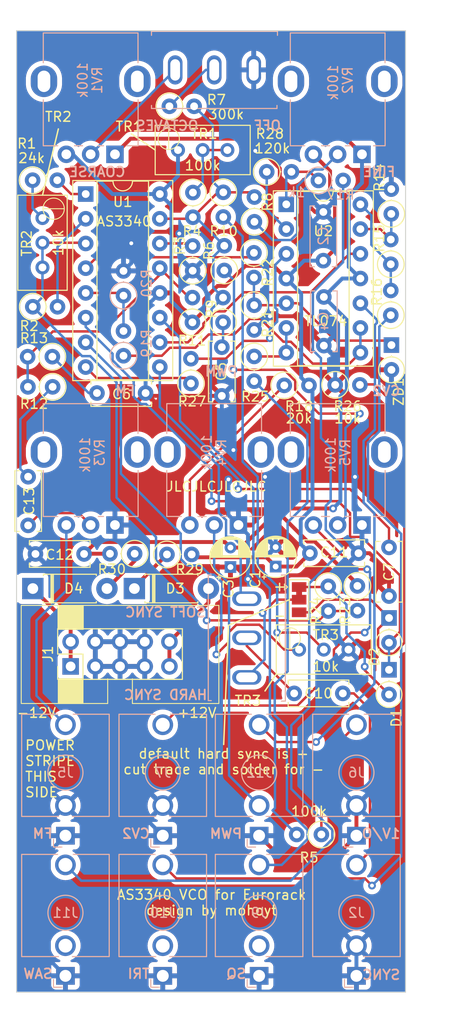
<source format=kicad_pcb>
(kicad_pcb (version 20221018) (generator pcbnew)
  (layers (0 "F.Cu" signal) (31 "B.Cu" signal) (34 "B.Paste" user) (35 "F.Paste" user) (36 "B.SilkS" user "B.Silkscreen") (37 "F.SilkS" user "F.Silkscreen") (38 "B.Mask" user) (39 "F.Mask" user) (44 "Edge.Cuts" user))
  (net 0 "")
  (net 1 "+12V")
  (net 2 "GND")
  (net 3 "-12V")
  (net 4 "Net-(C5-Pad2)")
  (net 5 "Net-(C6-Pad2)")
  (net 6 "Net-(U1-CAP)")
  (net 7 "Net-(SW2-B)")
  (net 8 "Net-(C13-Pad1)")
  (net 9 "Net-(C13-Pad2)")
  (net 10 "Net-(D1-K)")
  (net 11 "Net-(R1-Pad1)")
  (net 12 "Net-(U1-SCALE1)")
  (net 13 "Net-(U1-VEE)")
  (net 14 "Net-(U1-SCALE2)")
  (net 15 "Net-(U1-VS)")
  (net 16 "Net-(R4-Pad1)")
  (net 17 "Net-(U1-VFCI)")
  (net 18 "SOFT SYNC IN")
  (net 19 "Net-(R6-Pad1)")
  (net 20 "Net-(SW1-B)")
  (net 21 "Net-(R8-Pad1)")
  (net 22 "Net-(R10-Pad2)")
  (net 23 "Net-(U1-VLFI)")
  (net 24 "Net-(U2D--)")
  (net 25 "Net-(R15-Pad1)")
  (net 26 "POS HARD SYNC IN")
  (net 27 "Net-(U2A--)")
  (net 28 "NEG HARD SYNC IN")
  (net 29 "Net-(R18-Pad1)")
  (net 30 "Net-(U2C--)")
  (net 31 "Net-(U1-VPWM)")
  (net 32 "Net-(U2B-+)")
  (net 33 "Net-(U1-VP)")
  (net 34 "Net-(U2B--)")
  (net 35 "Net-(D3-K)")
  (net 36 "Net-(SW1-C)")
  (net 37 "Net-(D3-A)")
  (net 38 "Net-(D4-K)")
  (net 39 "Net-(D4-A)")
  (net 40 "Net-(U1-VHFT)")
  (net 41 "Net-(U1-VSO)")
  (net 42 "Net-(U1-VTO)")
  (net 43 "1V{slash}OCT IN")
  (net 44 "FM IN")
  (net 45 "CV2 IN")
  (net 46 "SQ OUT")
  (net 48 "TRI OUT")
  (net 50 "SAW OUT")
  (net 52 "EXT PWM CONTROL IN")
  (net 53 "Net-(J12-PadTN)")
  (net 54 "Net-(R17-Pad1)")
  (net 55 "Net-(U2A-+)")
  (net 56 "SYNC IN")
  (net 57 "Net-(JP1-C)")
  (footprint "Package_DIP:DIP-14_W7.62mm_Socket" (layer "F.Cu") (at 230.9368 43.249)
    (fp_text reference "U2")
    (fp_text value "TL074")
  )
  (footprint "Resistor_THT:R_Axial_DIN0207_L6.3mm_D2.5mm_P2.54mm_Vertical" (layer "F.Cu") (at 235.966 61.7982)
    (fp_text reference "R26")
    (fp_text value "10k")
  )
  (footprint "Resistor_THT:R_Axial_DIN0207_L6.3mm_D2.5mm_P2.54mm_Vertical" (layer "F.Cu") (at 218.6686 79.2226)
    (fp_text reference "R29")
    (fp_text value "10")
  )
  (footprint "Resistor_THT:R_Axial_DIN0207_L6.3mm_D2.5mm_P2.54mm_Vertical" (layer "F.Cu") (at 224.4598 42.0116 -90)
    (fp_text reference "R10")
    (fp_text value "1M")
  )
  (footprint "Resistor_THT:R_Axial_DIN0207_L6.3mm_D2.5mm_P2.54mm_Vertical" (layer "F.Cu") (at 227.6602 45.037801 90)
    (fp_text reference "R8")
    (fp_text value "3M3")
  )
  (footprint "Diode_THT:D_DO-41_SOD81_P7.62mm_Horizontal" (layer "F.Cu") (at 215.3158 82.7278)
    (fp_text reference "D3" hide)
    (fp_text value "1N5819" hide)
  )
  (footprint "Resistor_THT:R_Axial_DIN0207_L6.3mm_D2.5mm_P2.54mm_Vertical" (layer "F.Cu") (at 221.1324 61.6494 90)
    (fp_text reference "R27")
    (fp_text value "100k")
  )
  (footprint "Resistor_THT:R_Axial_DIN0207_L6.3mm_D2.5mm_P2.54mm_Vertical" (layer "F.Cu") (at 221.2848 55.372 90)
    (fp_text reference "R11")
    (fp_text value "1M5")
  )
  (footprint "Capacitor_THT:C_Disc_D6.0mm_W2.5mm_P5.00mm" (layer "F.Cu") (at 224.3074 62.9266 90)
    (fp_text reference "C5")
    (fp_text value "10nF")
  )
  (footprint "Resistor_THT:R_Axial_DIN0207_L6.3mm_D2.5mm_P2.54mm_Vertical" (layer "F.Cu") (at 204.872799 53.771799)
    (fp_text reference "R2")
    (fp_text value "5k6")
  )
  (footprint "Package_DIP:DIP-16_W7.62mm_Socket" (layer "F.Cu") (at 210.312 42.1894)
    (fp_text reference "U1")
    (fp_text value "AS3340")
  )
  (footprint "Capacitor_THT:C_Disc_D6.0mm_W2.5mm_P5.00mm" (layer "F.Cu") (at 233.3644 79.0956)
    (fp_text reference "C11")
    (fp_text value "0.1uF")
  )
  (footprint "Resistor_THT:R_Axial_DIN0207_L6.3mm_D2.5mm_P2.54mm_Vertical" (layer "F.Cu") (at 238.25 82.454999 -90)
    (fp_text reference "R23")
    (fp_text value "680")
  )
  (footprint "Resistor_THT:R_Axial_DIN0207_L6.3mm_D2.5mm_P2.54mm_Vertical" (layer "F.Cu") (at 227.6348 58.8772 -90)
    (fp_text reference "R25")
    (fp_text value "1k")
  )
  (footprint "Potentiometer_THT:Potentiometer_Bourns_3296W_Vertical" (layer "F.Cu") (at 232.25 89 180)
    (fp_text reference "TR3")
    (fp_text value "10k")
  )
  (footprint "Resistor_THT:R_Axial_DIN0207_L6.3mm_D2.5mm_P2.54mm_Vertical" (layer "F.Cu") (at 230.73 61.849)
    (fp_text reference "R18")
    (fp_text value "20k")
  )
  (footprint "Capacitor_THT:C_Disc_D6.0mm_W2.5mm_P5.00mm" (layer "F.Cu") (at 241.5 83.5 90)
    (fp_text reference "C7")
    (fp_text value "1nF (styrene)")
  )
  (footprint "Capacitor_THT:CP_Radial_D4.0mm_P2.00mm" (layer "F.Cu") (at 225.1964 80.518 90)
    (fp_text reference "C3")
    (fp_text value "47uF")
  )
  (footprint "Resistor_THT:R_Axial_DIN0207_L6.3mm_D2.5mm_P2.54mm_Vertical" (layer "F.Cu") (at 204.851 40.767)
    (fp_text reference "R1")
    (fp_text value "24k")
  )
  (footprint "Diode_THT:D_DO-35_SOD27_P2.54mm_Vertical_KathodeUp" (layer "F.Cu") (at 241.5 85.75 -90)
    (fp_text reference "D2")
    (fp_text value "1N4148")
  )
  (footprint "Capacitor_THT:CP_Radial_D4.0mm_P2.00mm" (layer "F.Cu") (at 229.8446 80.4672 90)
    (fp_text reference "C1")
    (fp_text value "47uF")
  )
  (footprint "Resistor_THT:R_Axial_DIN0207_L6.3mm_D2.5mm_P2.54mm_Vertical" (layer "F.Cu") (at 221.3356 42.0334 -90)
    (fp_text reference "R4")
    (fp_text value "270k")
  )
  (footprint "Capacitor_THT:C_Disc_D6.0mm_W2.5mm_P5.00mm" (layer "F.Cu") (at 216.4696 62.6364 180)
    (fp_text reference "C6")
    (fp_text value "10nF")
  )
  (footprint "Resistor_THT:R_Axial_DIN0207_L6.3mm_D2.5mm_P2.54mm_Vertical" (layer "F.Cu") (at 234.545 108 180)
    (fp_text reference "R5")
    (fp_text value "100k")
  )
  (footprint "Resistor_THT:R_Axial_DIN0207_L6.3mm_D2.5mm_P2.54mm_Vertical" (layer "F.Cu") (at 241.681 54.639001 90)
    (fp_text reference "R16")
    (fp_text value "1k")
  )
  (footprint "Resistor_THT:R_Axial_DIN0207_L6.3mm_D2.5mm_P2.54mm_Vertical" (layer "F.Cu") (at 215.3448 79.1464 180)
    (fp_text reference "R30")
    (fp_text value "10")
  )
  (footprint "Resistor_THT:R_Axial_DIN0207_L6.3mm_D2.5mm_P2.54mm_Vertical" (layer "F.Cu") (at 235.25 82.5 -90)
    (fp_text reference "R24")
    (fp_text value "10k")
  )
  (footprint "Resistor_THT:R_Axial_DIN0207_L6.3mm_D2.5mm_P2.54mm_Vertical" (layer "F.Cu") (at 241.7318 44.225 90)
    (fp_text reference "R14")
    (fp_text value "100k")
  )
  (footprint "Potentiometer_THT:Potentiometer_Bourns_3296W_Vertical" (layer "F.Cu") (at 205.867 44.6532 90)
    (fp_text reference "TR2")
    (fp_text value "10k")
  )
  (footprint "Diode_THT:D_DO-35_SOD27_P2.54mm_Vertical_KathodeUp" (layer "F.Cu") (at 241.5 91.074314 -90)
    (fp_text reference "D1")
    (fp_text value "1N4148")
  )
  (footprint "Diode_THT:D_DO-35_SOD27_P2.54mm_Vertical_KathodeUp" (layer "F.Cu") (at 241.75 57.71 -90)
    (fp_text reference "ZD1")
    (fp_text value "10V Zener Diode")
  )
  (footprint "Resistor_THT:R_Axial_DIN0207_L6.3mm_D2.5mm_P2.54mm_Vertical" (layer "F.Cu") (at 227.6348 53.6122 -90)
    (fp_text reference "R21")
    (fp_text value "47k")
  )
  (footprint "Capacitor_THT:C_Disc_D6.0mm_W2.5mm_P5.00mm" (layer "F.Cu") (at 205.145 79.1718)
    (fp_text reference "C12")
    (fp_text value "0.1uF")
  )
  (footprint "Jumper:SolderJumper-3_P1.3mm_Bridged12_Pad1.0x1.5mm" (layer "F.Cu") (at 232.2576 83.8708 -90)
    (fp_text reference "JP1" hide)
    (fp_text value "POS/NEG SYNC JUMPER")
  )
  (footprint "Connector_PinHeader_2.54mm:PinHeader_2x05_P2.54mm_Vertical_Shroud" (layer "F.Cu") (at 208.7626 90.7288 90)
    (fp_text reference "J1")
    (fp_text value "Conn_01x10" hide)
  )
  (footprint "Resistor_THT:R_Axial_DIN0207_L6.3mm_D2.5mm_P2.54mm_Vertical" (layer "F.Cu") (at 227.6094 48.2274 -90)
    (fp_text reference "R22")
    (fp_text value "2k")
  )
  (footprint "Capacitor_THT:C_Disc_D6.0mm_W2.5mm_P5.00mm" (layer "F.Cu") (at 236.75 93.5 180)
    (fp_text reference "C10")
    (fp_text value "1nF")
  )
  (footprint "Diode_THT:D_DO-41_SOD81_P7.62mm_Horizontal" (layer "F.Cu") (at 204.8764 82.7278)
    (fp_text reference "D4" hide)
    (fp_text value "1N5819" hide)
  )
  (footprint "Resistor_THT:R_Axial_DIN0207_L6.3mm_D2.5mm_P2.54mm_Vertical" (layer "F.Cu") (at 224.5614 50.041601 90)
    (fp_text reference "R6")
    (fp_text value "100k")
  )
  (footprint "Resistor_THT:R_Axial_DIN0207_L6.3mm_D2.5mm_P2.54mm_Vertical" (layer "F.Cu") (at 206.883 58.9026 180)
    (fp_text reference "R13")
    (fp_text value "470")
  )
  (footprint "Resistor_THT:R_Axial_DIN0207_L6.3mm_D2.5mm_P2.54mm_Vertical" (layer "F.Cu") (at 221.3102 50.067 90)
    (fp_text reference "R3")
    (fp_text value "1k8")
  )
  (footprint "Resistor_THT:R_Axial_DIN0207_L6.3mm_D2.5mm_P2.54mm_Vertical" (layer "F.Cu") (at 228.9266 39.9034)
    (fp_text reference "R28")
    (fp_text value "120k")
  )
  (footprint "Capacitor_THT:C_Disc_D6.0mm_W2.5mm_P5.00mm" (layer "F.Cu") (at 204.3938 76.2362 90)
    (fp_text reference "C13")
    (fp_text value "100nF")
  )
  (footprint "Resistor_THT:R_Axial_DIN0207_L6.3mm_D2.5mm_P2.54mm_Vertical" (layer "F.Cu") (at 241.681 49.403 90)
    (fp_text reference "R15")
    (fp_text value "120k")
  )
  (footprint "Potentiometer_THT:Potentiometer_Bourns_3296W_Vertical" (layer "F.Cu") (at 219.8016 37.6682 180)
    (fp_text reference "TR1")
    (fp_text value "100k")
  )
  (footprint "Resistor_THT:R_Axial_DIN0207_L6.3mm_D2.5mm_P2.54mm_Vertical" (layer "F.Cu") (at 206.912 62.0014 180)
    (fp_text reference "R12")
    (fp_text value "1M")
  )
  (footprint "Resistor_THT:R_Axial_DIN0207_L6.3mm_D2.5mm_P2.54mm_Vertical" (layer "F.Cu") (at 224.4344 55.372 90)
    (fp_text reference "R9")
    (fp_text value "470")
  )
  (footprint "Resistor_THT:R_Axial_DIN0207_L6.3mm_D2.5mm_P2.54mm_Vertical" (layer "F.Cu") (at 218.919 33.1724)
    (fp_text reference "R7")
    (fp_text value "300k")
  )
  (footprint "Potentiometer_THT:Potentiometer_Alpha_RD901F-40-00D_Single_Vertical" (layer "B.Cu") (at 213.32 76.2 90)
    (fp_text reference "RV3")
    (fp_text value "100k")
  )
  (footprint "Button_Switch_THT:SW_SPST_SPDT" (layer "B.Cu") (at 223.4769 29.4337 180)
    (fp_text reference "SW1" hide)
    (fp_text value "OCTAVES")
  )
  (footprint "Resistor_THT:R_Axial_DIN0207_L6.3mm_D2.5mm_P2.54mm_Vertical" (layer "B.Cu") (at 214.1982 58.804601 90)
    (fp_text reference "R19")
    (fp_text value "47k")
  )
  (footprint "Potentiometer_THT:Potentiometer_Alpha_RD901F-40-00D_Single_Vertical" (layer "B.Cu") (at 213.32 38.107 90)
    (fp_text reference "RV1")
    (fp_text value "100k")
  )
  (footprint "Button_Switch_THT:SW_SPST_SPDT" (layer "B.Cu") (at 226.8777 87.7393 90)
    (fp_text reference "SW2" hide)
    (fp_text value "SYNC_TYPE")
  )
  (footprint "Connector_Audio:Jack_3.5mm_QingPu_WQP-PJ398SM_Vertical_CircularHoles" (layer "B.Cu") (at 218.2368 108.1232)
    (fp_text reference "J7")
    (fp_text value "CV2 IN")
  )
  (footprint "Potentiometer_THT:Potentiometer_Alpha_RD901F-40-00D_Single_Vertical" (layer "B.Cu") (at 226.02 76.2 90)
    (fp_text reference "RV4")
    (fp_text value "100k")
  )
  (footprint "Connector_Audio:Jack_3.5mm_QingPu_WQP-PJ398SM_Vertical_CircularHoles" (layer "B.Cu") (at 238.1504 108.1232)
    (fp_text reference "J6")
    (fp_text value "1V/OCT IN")
  )
  (footprint "Resistor_THT:R_Axial_DIN0207_L6.3mm_D2.5mm_P2.54mm_Vertical" (layer "B.Cu") (at 234.2388 40.7924)
    (fp_text reference "R17")
    (fp_text value "1k")
  )
  (footprint "Capacitor_THT:C_Disc_D6.0mm_W2.5mm_P5.00mm" (layer "B.Cu") (at 234.7976 57.7632 90)
    (fp_text reference "C4")
    (fp_text value "0.1uF")
  )
  (footprint "Connector_Audio:Jack_3.5mm_QingPu_WQP-PJ398SM_Vertical_CircularHoles" (layer "B.Cu") (at 208.2292 122.525)
    (fp_text reference "J11")
    (fp_text value "SAW OUT")
  )
  (footprint "Potentiometer_THT:Potentiometer_Alpha_RD901F-40-00D_Single_Vertical" (layer "B.Cu") (at 238.72 76.2 90)
    (fp_text reference "RV5")
    (fp_text value "100k")
  )
  (footprint "Resistor_THT:R_Axial_DIN0207_L6.3mm_D2.5mm_P2.54mm_Vertical" (layer "B.Cu") (at 214.1982 52.6288 90)
    (fp_text reference "R20")
    (fp_text value "47k")
  )
  (footprint "Potentiometer_THT:Potentiometer_Alpha_RD901F-40-00D_Single_Vertical" (layer "B.Cu") (at 238.72 38.107 90)
    (fp_text reference "RV2")
    (fp_text value "100k")
  )
  (footprint "Connector_Audio:Jack_3.5mm_QingPu_WQP-PJ398SM_Vertical_CircularHoles" (layer "B.Cu") (at 238.1504 122.525)
    (fp_text reference "J2")
    (fp_text value "SYNC IN")
  )
  (footprint "Connector_Audio:Jack_3.5mm_QingPu_WQP-PJ398SM_Vertical_CircularHoles" (layer "B.Cu") (at 228.1428 108.1232)
    (fp_text reference "J12")
    (fp_text value "EXT PWM CONTROL IN")
  )
  (footprint "Capacitor_THT:C_Disc_D6.0mm_W2.5mm_P5.00mm" (layer "B.Cu") (at 234.7468 49.0328 90)
    (fp_text reference "C2")
    (fp_text value "0.1uF")
  )
  (footprint "Connector_Audio:Jack_3.5mm_QingPu_WQP-PJ398SM_Vertical_CircularHoles" (layer "B.Cu") (at 228.1428 122.525)
    (fp_text reference "J9")
    (fp_text value "SQ OUT")
  )
  (footprint "Connector_Audio:Jack_3.5mm_QingPu_WQP-PJ398SM_Vertical_CircularHoles" (layer "B.Cu") (at 208.2292 108.1232)
    (fp_text reference "J5")
    (fp_text value "FM IN")
  )
  (footprint "Connector_Audio:Jack_3.5mm_QingPu_WQP-PJ398SM_Vertical_CircularHoles" (layer "B.Cu") (at 218.2368 122.525)
    (fp_text reference "J10")
    (fp_text value "TRI OUT")
  )
  (gr_line (start 217.4566 37.6632) (end 215 36) (stroke (width 0.15)) (layer "F.SilkS"))
  (gr_line (start 225 86.5) (end 224.5 98.75) (stroke (width 0.15)) (layer "F.SilkS"))
  (gr_line (start 207.5 35.5) (end 205.872 42.3082) (stroke (width 0.15)) (layer "F.SilkS"))
  (gr_line (start 229.905 91.53) (end 228.75 93.25) (stroke (width 0.15)) (layer "F.SilkS"))
  (gr_line (start 231.2576 83.8708) (end 225 86.5) (stroke (width 0.15)) (layer "F.SilkS"))
  (gr_line (start 203.2 25.4) (end 203.2 124.206) (stroke (width 0.1)) (layer "Edge.Cuts"))
  (gr_line (start 243.2 25.4) (end 243.2 124.206) (stroke (width 0.1)) (layer "Edge.Cuts"))
  (gr_line (start 203.2 124.206) (end 243.2 124.206) (stroke (width 0.1)) (layer "Edge.Cuts"))
  (gr_line (start 203.2 25.4) (end 243.2 25.4) (stroke (width 0.1)) (layer "Edge.Cuts"))
  (gr_text "HARD SYNC" (at 222.9127 94.2417) (layer "B.SilkS") (effects (font (size 1 1) (thickness 0.1875)) (justify left bottom mirror)))
  (gr_text "SOFT SYNC" (at 222.75 85.75) (layer "B.SilkS") (effects (font (size 1 1) (thickness 0.1875)) (justify left bottom mirror)))
  (gr_text "OCTAVES" (at 222 35.75) (layer "B.SilkS") (effects (font (size 1 1) (thickness 0.1875)) (justify left bottom mirror)))
  (gr_text "FM" (at 215.5 63) (layer "B.SilkS") (effects (font (size 1 1) (thickness 0.1875)) (justify left bottom mirror)))
  (gr_text "1V/O" (at 242.75 108.5) (layer "B.SilkS") (effects (font (size 1 1) (thickness 0.1875)) (justify left bottom mirror)))
  (gr_text "TRI" (at 217.0068 122.895) (layer "B.SilkS") (effects (font (size 1 1) (thickness 0.1875)) (justify left bottom mirror)))
  (gr_text "CV2" (at 217.0068 108.4932) (layer "B.SilkS") (effects (font (size 1 1) (thickness 0.1875)) (justify left bottom mirror)))
  (gr_text "FINE" (at 242.25 40.5) (layer "B.SilkS") (effects (font (size 1 1) (thickness 0.1875)) (justify left bottom mirror)))
  (gr_text "OFF" (at 230.5 35.75) (layer "B.SilkS") (effects (font (size 1 1) (thickness 0.1875)) (justify left bottom mirror)))
  (gr_text "SQ" (at 226.9128 122.895) (layer "B.SilkS") (effects (font (size 1 1) (thickness 0.1875)) (justify left bottom mirror)))
  (gr_text "COARSE" (at 214.5 40.5) (layer "B.SilkS") (effects (font (size 1 1) (thickness 0.1875)) (justify left bottom mirror)))
  (gr_text "SAW" (at 206.9992 122.895) (layer "B.SilkS") (effects (font (size 1 1) (thickness 0.1875)) (justify left bottom mirror)))
  (gr_text "PWM" (at 226.5 108.5) (layer "B.SilkS") (effects (font (size 1 1) (thickness 0.1875)) (justify left bottom mirror)))
  (gr_text "CV2" (at 242.75 63) (layer "B.SilkS") (effects (font (size 1 1) (thickness 0.1875)) (justify left bottom mirror)))
  (gr_text "SYNC" (at 242.75 123) (layer "B.SilkS") (effects (font (size 1 1) (thickness 0.1875)) (justify left bottom mirror)))
  (gr_text "PWM" (at 226 61) (layer "B.SilkS") (effects (font (size 1 1) (thickness 0.1875)) (justify left bottom mirror)))
  (gr_text "FM" (at 206.9992 108.4932) (layer "B.SilkS") (effects (font (size 1 1) (thickness 0.1875)) (justify left bottom mirror)))
  (gr_text "-12V" (at 205.25 95.5) (layer "F.SilkS") (effects (font (size 1 1))))
  (gr_text "default hard sync is +\ncut trace and solder for -" (at 224.5 100.5) (layer "F.SilkS") (effects (font (size 1 1))))
  (gr_text "JLCJLCJLCJLC" (at 223.75 72.25) (layer "F.SilkS") (effects (font (size 1 1))))
  (gr_text "+12V" (at 221.75 95.5) (layer "F.SilkS") (effects (font (size 1 1))))
  (gr_text "TR2" (at 207.5 34.25) (layer "F.SilkS") (effects (font (size 1 1))))
  (gr_text "TR3" (at 227 94.25) (layer "F.SilkS") (effects (font (size 1 1))))
  (gr_text "+" (at 230.25 82.5) (layer "F.SilkS") (effects (font (size 1 1))))
  (gr_text "AS3340 VCO for Eurorack\ndesign by mohoyt" (at 223.25 115) (layer "F.SilkS") (effects (font (size 1 1))))
  (gr_text "-" (at 230.25 85.5) (layer "F.SilkS") (effects (font (size 1 1))))
  (gr_text "POWER\nSTRIPE\nTHIS\nSIDE" (at 204 101.25) (layer "F.SilkS") (effects (font (size 1 1)) (justify left)))
  (gr_text "TR1" (at 214.75 35.25) (layer "F.SilkS") (effects (font (size 1 1))))
  (segment (start 221.504 79.518) (end 228.8954 79.518) (width 0.4) (layer "F.Cu") (net 1))
  (segment (start 235.4388 42.4388) (end 235.9468 42.9468) (width 0.4) (layer "F.Cu") (net 1))
  (segment (start 229.6352 49.5674) (end 226.732658 49.5674) (width 0.4) (layer "F.Cu") (net 1))
  (segment (start 235.9468 47.8328) (end 234.7468 49.0328) (width 0.4) (layer "F.Cu") (net 1))
  (segment (start 230.9368 50.869) (end 229.6352 49.5674) (width 0.4) (layer "F.Cu") (net 1))
  (segment (start 228.8954 79.518) (end 229.8446 80.4672) (width 0.4) (layer "F.Cu") (net 1))
  (segment (start 226.732658 49.5674) (end 224.668058 51.632) (width 0.4) (layer "F.Cu") (net 1))
  (segment (start 222.5 54.1568) (end 221.2848 55.372) (width 0.4) (layer "F.Cu") (net 1))
  (segment (start 233.72 38.107) (end 235.4388 39.8258) (width 0.4) (layer "F.Cu") (net 1))
  (segment (start 222.5 53) (end 222.5 54.1568) (width 0.4) (layer "F.Cu") (net 1))
  (segment (start 235.4388 39.8258) (end 235.4388 42.4388) (width 0.4) (layer "F.Cu") (net 1))
  (segment (start 223.868 51.632) (end 222.5 53) (width 0.4) (layer "F.Cu") (net 1))
  (segment (start 235.9468 42.9468) (end 235.9468 47.8328) (width 0.4) (layer "F.Cu") (net 1))
  (segment (start 229.8446 80.4672) (end 231.9928 80.4672) (width 0.4) (layer "F.Cu") (net 1))
  (segment (start 224.668058 51.632) (end 223.868 51.632) (width 0.4) (layer "F.Cu") (net 1))
  (segment (start 231.9928 80.4672) (end 233.3644 79.0956) (width 0.4) (layer "F.Cu") (net 1))
  (segment (start 232.42 75.661522) (end 232.42 78.1512) (width 0.4) (layer "B.Cu") (net 1))
  (segment (start 219.132 53.2192) (end 221.2848 55.372) (width 0.4) (layer "B.Cu") (net 1))
  (segment (start 232.42 78.1512) (end 233.3644 79.0956) (width 0.4) (layer "B.Cu") (net 1))
  (segment (start 233.63 74.451522) (end 232.42 75.661522) (width 0.4) (layer "B.Cu") (net 1))
  (segment (start 232.470001 61.049001) (end 232.470001 52.402201) (width 0.4) (layer "B.Cu") (net 1))
  (segment (start 232.773 49.0328) (end 230.9368 50.869) (width 0.4) (layer "B.Cu") (net 1))
  (segment (start 219.8016 37.6682) (end 219.8016 40.3198) (width 0.4) (layer "B.Cu") (net 1))
  (segment (start 234.7468 49.0328) (end 232.773 49.0328) (width 0.4) (layer "B.Cu") (net 1))
  (segment (start 232.470001 52.402201) (end 230.9368 50.869) (width 0.4) (layer "B.Cu") (net 1))
  (segment (start 219.132 43.3894) (end 219.132 53.2192) (width 0.4) (layer "B.Cu") (net 1))
  (segment (start 213.063922 42.1894) (end 208.981522 38.107) (width 0.4) (layer "B.Cu") (net 1))
  (segment (start 233.27 61.849) (end 232.470001 61.049001) (width 0.4) (layer "B.Cu") (net 1))
  (segment (start 233.63 62.209) (end 233.63 74.451522) (width 0.4) (layer "B.Cu") (net 1))
  (segment (start 219.8016 40.3198) (end 217.932 42.1894) (width 0.4) (layer "B.Cu") (net 1))
  (segment (start 217.932 42.1894) (end 213.063922 42.1894) (width 0.4) (layer "B.Cu") (net 1))
  (segment (start 217.932 42.1894) (end 219.132 43.3894) (width 0.4) (layer "B.Cu") (net 1))
  (segment (start 228.470257 37.75) (end 227.75 37.75) (width 0.4) (layer "F.Cu") (net 2))
  (segment (start 238.1504 108.1232) (end 238.1504 105.0232) (width 0.4) (layer "F.Cu") (net 2))
  (segment (start 224.3074 62.9266) (end 216.7598 62.9266) (width 0.4) (layer "F.Cu") (net 2))
  (segment (start 211.3026 88.1888) (end 216.3826 88.1888) (width 0.4) (layer "F.Cu") (net 2))
  (segment (start 226.02 76.2) (end 224.72 74.9) (width 0.4) (layer "F.Cu") (net 2))
  (segment (start 208.2292 108.1232) (end 218.2368 108.1232) (width 0.4) (layer "F.Cu") (net 2))
  (segment (start 222.65 74.9) (end 222.410731 74.660731) (width 0.4) (layer "F.Cu") (net 2))
  (segment (start 231.7834 54.749) (end 229.251 54.749) (width 0.4) (layer "F.Cu") (net 2))
  (segment (start 234.7468 44.0328) (end 233.898943 44.0328) (width 0.4) (layer "F.Cu") (net 2))
  (segment (start 238.3644 79.0956) (end 239.49577 79.0956) (width 0.4) (layer "F.Cu") (net 2))
  (segment (start 229 71) (end 228.75 71.25) (width 0.4) (layer "F.Cu") (net 2))
  (segment (start 239.49577 79.0956) (end 241.5 81.09983) (width 0.4) (layer "F.Cu") (net 2))
  (segment (start 222.410731 74.660731) (end 222.410731 71.589269) (width 0.4) (layer "F.Cu") (net 2))
  (segment (start 216.3826 88.1888) (end 216.3826 90.7288) (width 0.4) (layer "F.Cu") (net 2))
  (segment (start 222.410731 71.589269) (end 225.5 68.5) (width 0.4) (layer "F.Cu") (net 2))
  (segment (start 229.251 54.749) (end 229.25 54.75) (width 0.4) (layer "F.Cu") (net 2))
  (segment (start 219.7509 46.0694) (end 216.1806 46.0694) (width 0.4) (layer "F.Cu") (net 2))
  (segment (start 230.2666 39.546343) (end 228.470257 37.75) (width 0.4) (layer "F.Cu") (net 2))
  (segment (start 213.8426 90.7288) (end 216.3826 90.7288) (width 0.4) (layer "F.Cu") (net 2))
  (segment (start 211.3026 90.7288) (end 213.8426 90.7288) (width 0.4) (layer "F.Cu") (net 2))
  (segment (start 233.898943 44.0328) (end 230.2666 40.400457) (width 0.4) (layer "F.Cu") (net 2))
  (segment (start 228.75 71.25) (end 228.120984 71.25) (width 0.4) (layer "F.Cu") (net 2))
  (segment (start 224.987701 69.012299) (end 225.5 68.5) (width 0.4) (layer "F.Cu") (net 2))
  (segment (start 216.1806 46.0694) (end 215 47.25) (width 0.4) (layer "F.Cu") (net 2))
  (segment (start 225.5 68.629016) (end 225.5 68.5) (width 0.4) (layer "F.Cu") (net 2))
  (segment (start 236.756062 109.517538) (end 238.1504 108.1232) (width 0.4) (layer "F.Cu") (net 2))
  (segment (start 224.987701 71.512299) (end 224.987701 69.012299) (width 0.4) (layer "F.Cu") (net 2))
  (segment (start 238 71.25) (end 237.75 71) (width 0.4) (layer "F.Cu") (net 2))
  (segment (start 228.1428 108.1232) (end 229.537138 109.517538) (width 0.4) (layer "F.Cu") (net 2))
  (segment (start 237.75 71) (end 229 71) (width 0.4) (layer "F.Cu") (net 2))
  (segment (start 225.1964 80.518) (end 225.768 80.518) (width 0.4) (layer "F.Cu") (net 2))
  (segment (start 224.72 74.9) (end 222.65 74.9) (width 0.4) (layer "F.Cu") (net 2))
  (segment (start 230.2666 40.400457) (end 230.2666 39.546343) (width 0.4) (layer "F.Cu") (net 2))
  (segment (start 211.3026 88.1888) (end 211.3026 90.7288) (width 0.4) (layer "F.Cu") (net 2))
  (segment (start 219.9315 46.25) (end 219.7509 46.0694) (width 0.4) (layer "F.Cu") (net 2))
  (segment (start 208.2292 122.525) (end 238.1504 122.525) (width 0.4) (layer "F.Cu") (net 2))
  (segment (start 228.120984 71.25) (end 225.5 68.629016) (width 0.4) (layer "F.Cu") (net 2))
  (segment (start 229.537138 109.517538) (end 236.756062 109.517538) (width 0.4) (layer "F.Cu") (net 2))
  (segment (start 213.8426 88.1888) (end 213.8426 90.7288) (width 0.4) (layer "F.Cu") (net 2))
  (segment (start 241.5 81.09983) (end 241.5 83.5) (width 0.4) (layer "F.Cu") (net 2))
  (segment (start 218.2368 108.1232) (end 228.1428 108.1232) (width 0.4) (layer "F.Cu") (net 2))
  (segment (start 225.768 80.518) (end 227 81.75) (width 0.4) (layer "F.Cu") (net 2))
  (segment (start 234.7976 57.7632) (end 231.7834 54.749) (width 0.4) (layer "F.Cu") (net 2))
  (via (at 238 71.25) (size 0.8) (drill 0.4) (layers "F.Cu" "B.Cu") (net 2))
  (via (at 224.987701 71.512299) (size 0.8) (drill 0.4) (layers "F.Cu" "B.Cu") (net 2))
  (via (at 225.5 68.5) (size 0.8) (drill 0.4) (layers "F.Cu" "B.Cu") (net 2))
  (via (at 219.9315 46.25) (size 0.8) (drill 0.4) (layers "F.Cu" "B.Cu") (net 2))
  (via (at 227 81.75) (size 0.8) (drill 0.4) (layers "F.Cu" "B.Cu") (net 2))
  (via (at 228.75 71.25) (size 0.8) (drill 0.4) (layers "F.Cu" "B.Cu") (net 2))
  (via (at 229.25 54.75) (size 0.8) (drill 0.4) (layers "F.Cu" "B.Cu") (net 2))
  (via (at 227.75 37.75) (size 0.8) (drill 0.4) (layers "F.Cu" "B.Cu") (net 2))
  (via (at 215 47.25) (size 0.8) (drill 0.4) (layers "F.Cu" "B.Cu") (net 2))
  (segment (start 218.2368 108.1232) (end 216.3826 106.269) (width 0.4) (layer "B.Cu") (net 2))
  (segment (start 226.02 76.2) (end 227 77.18) (width 0.4) (layer "B.Cu") (net 2))
  (segment (start 206.524508 120.820308) (end 208.2292 122.525) (width 0.4) (layer "B.Cu") (net 2))
  (segment (start 235.966 61.7982) (end 235.966 58.9316) (width 0.4) (layer "B.Cu") (net 2))
  (segment (start 229.037 54.75) (end 227.6348 56.1522) (width 0.4) (layer "B.Cu") (net 2))
  (segment (start 215 47.25) (end 215 49.287) (width 0.4) (layer "B.Cu") (net 2))
  (segment (start 208.2292 108.1232) (end 206.524508 109.827892) (width 0.4) (layer "B.Cu") (net 2))
  (segment (start 215 49.287) (end 214.1982 50.0888) (width 0.4) (layer "B.Cu") (net 2))
  (segment (start 227.5917 37.5917) (end 227.5917 29.4337) (width 0.4) (layer "B.Cu") (net 2))
  (segment (start 229.8446 78.4672) (end 229.8446 72.3446) (width 0.4) (layer "B.Cu") (net 2))
  (segment (start 229.25 54.75) (end 229.037 54.75) (width 0.4) (layer "B.Cu") (net 2))
  (segment (start 225.5 68.5) (end 224.3074 67.3074) (width 0.4) (layer "B.Cu") (net 2))
  (segment (start 224.3074 67.3074) (end 224.3074 62.9266) (width 0.4) (layer "B.Cu") (net 2))
  (segment (start 216.3826 106.269) (end 216.3826 90.7288) (width 0.4) (layer "B.Cu") (net 2))
  (segment (start 238.1504 122.525) (end 238.1504 119.425) (width 0.4) (layer "B.Cu") (net 2))
  (segment (start 224.987701 75.167701) (end 224.987701 71.512299) (width 0.4) (layer "B.Cu") (net 2))
  (segment (start 216.4696 53.8118) (end 216.4696 62.6364) (width 0.4) (layer "B.Cu") (net 2))
  (segment (start 238.72 76.2) (end 238 75.48) (width 0.4) (layer "B.Cu") (net 2))
  (segment (start 217.932 52.3494) (end 216.4696 53.8118) (width 0.4) (layer "B.Cu") (net 2))
  (segment (start 238.72 76.2) (end 238.72 78.74) (width 0.4) (layer "B.Cu") (net 2))
  (segment (start 238 75.48) (end 238 71.25) (width 0.4) (layer "B.Cu") (net 2))
  (segment (start 235.966 58.9316) (end 234.7976 57.7632) (width 0.4) (layer "B.Cu") (net 2))
  (segment (start 227 77.18) (end 227 81.75) (width 0.4) (layer "B.Cu") (net 2))
  (segment (start 221.3102 50.067) (end 219.9315 48.6883) (width 0.4) (layer "B.Cu") (net 2))
  (segment (start 206.524508 109.827892) (end 206.524508 120.820308) (width 0.4) (layer "B.Cu") (net 2))
  (segment (start 229.8446 72.3446) (end 228.75 71.25) (width 0.4) (layer "B.Cu") (net 2))
  (segment (start 219.9315 48.6883) (end 219.9315 46.25) (width 0.4) (layer "B.Cu") (net 2))
  (segment (start 226.02 76.2) (end 224.987701 75.167701) (width 0.4) (layer "B.Cu") (net 2))
  (segment (start 227.75 37.75) (end 227.5917 37.5917) (width 0.4) (layer "B.Cu") (net 2))
  (segment (start 213.32 38.107) (end 214.927 36.5) (width 0.4) (layer "F.Cu") (net 3))
  (segment (start 235.75 74.5) (end 230.32 74.5) (width 0.4) (layer "F.Cu") (net 3))
  (segment (start 237.113 36.5) (end 238.72 38.107) (width 0.4) (layer "F.Cu") (net 3))
  (segment (start 230.32 74.5) (end 226.302 78.518) (width 0.4) (layer "F.Cu") (net 3))
  (segment (start 214.927 36.5) (end 237.113 36.5) (width 0.4) (layer "F.Cu") (net 3))
  (segment (start 211.3704 77.9464) (end 224.6248 77.9464) (width 0.4) (layer "F.Cu") (net 3))
  (segment (start 233.861457 77.8956) (end 233.1206 77.8956) (width 0.4) (layer "F.Cu") (net 3))
  (segment (start 230.32 75.095) (end 230.32 74.5) (width 0.4) (layer "F.Cu") (net 3))
  (segment (start 233.1206 77.8956) (end 230.32 75.095) (width 0.4) (layer "F.Cu") (net 3))
  (segment (start 238.25 82.284143) (end 233.861457 77.8956) (width 0.4) (layer "F.Cu") (net 3))
  (segment (start 224.6248 77.9464) (end 225.1964 78.518) (width 0.4) (layer "F.Cu") (net 3))
  (segment (start 210.145 79.1718) (end 211.3704 77.9464) (width 0.4) (layer "F.Cu") (net 3))
  (segment (start 226.302 78.518) (end 225.1964 78.518) (width 0.4) (layer "F.Cu") (net 3))
  (segment (start 212.8048 79.1464) (end 210.1704 79.1464) (width 0.4) (layer "F.Cu") (net 3))
  (via (at 235.75 74.5) (size 0.8) (drill 0.4) (layers "F.Cu" "B.Cu") (net 3))
  (segment (start 238.72 41.03) (end 238.72 38.107) (width 0.4) (layer "B.Cu") (net 3))
  (segment (start 237.3568 49.669) (end 237.3568 42.3932) (width 0.4) (layer "B.Cu") (net 3))
  (segment (start 238.5568 50.869) (end 237.3568 49.669) (width 0.4) (layer "B.Cu") (net 3))
  (segment (start 236.5 62.961257) (end 236.5 73.75) (width 0.4) (layer "B.Cu") (net 3))
  (segment (start 238.5568 50.869) (end 236.6918 50.869) (width 0.4) (layer "B.Cu") (net 3))
  (segment (start 234.7976 52.7632) (end 237.166 55.1316) (width 0.4) (layer "B.Cu") (net 3))
  (segment (start 237.166 55.1316) (end 237.166 62.295257) (width 0.4) (layer "B.Cu") (net 3))
  (segment (start 237.166 62.295257) (end 236.5 62.961257) (width 0.4) (layer "B.Cu") (net 3))
  (segment (start 237.3568 42.3932) (end 238.72 41.03) (width 0.4) (layer "B.Cu") (net 3))
  (segment (start 236.6918 50.869) (end 234.7976 52.7632) (width 0.4) (layer "B.Cu") (net 3))
  (segment (start 236.5 73.75) (end 235.75 74.5) (width 0.4) (layer "B.Cu") (net 3))
  (segment (start 224.4344 55.372) (end 224.4344 57.7996) (width 0.25) (layer "B.Cu") (net 4))
  (segment (start 210.6168 62.6364) (end 211.4696 62.6364) (width 0.25) (layer "B.Cu") (net 5))
  (segment (start 206.883 58.9026) (end 210.6168 62.6364) (width 0.25) (layer "B.Cu") (net 5))
  (segment (start 241.5 76.53) (end 241.5 78.5) (width 0.25) (layer "F.Cu") (net 6))
  (segment (start 226 72.5) (end 237.47 72.5) (width 0.25) (layer "F.Cu") (net 6))
  (segment (start 237.47 72.5) (end 241.5 76.53) (width 0.25) (layer "F.Cu") (net 6))
  (via (at 226 72.5) (size 0.8) (drill 0.4) (layers "F.Cu" "B.Cu") (net 6))
  (segment (start 226 71.5) (end 226 72.5) (width 0.25) (layer "B.Cu") (net 6))
  (segment (start 220.0074 65.5074) (end 226 71.5) (width 0.25) (layer "B.Cu") (net 6))
  (segment (start 217.932 54.8894) (end 220.0074 56.9648) (width 0.25) (layer "B.Cu") (net 6))
  (segment (start 220.0074 56.9648) (end 220.0074 65.5074) (width 0.25) (layer "B.Cu") (net 6))
  (segment (start 226.8777 88.6277) (end 226.8777 87.7901) (width 0.25) (layer "F.Cu") (net 7))
  (segment (start 231.75 93.5) (end 226.8777 88.6277) (width 0.25) (layer "F.Cu") (net 7))
  (segment (start 209.595 74.975) (end 210.82 76.2) (width 0.25) (layer "F.Cu") (net 8))
  (segment (start 205.655 74.975) (end 209.595 74.975) (width 0.25) (layer "F.Cu") (net 8))
  (segment (start 204.3938 76.2362) (end 205.655 74.975) (width 0.25) (layer "F.Cu") (net 8))
  (segment (start 203.593801 70.436201) (end 203.593801 65.319599) (width 0.25) (layer "B.Cu") (net 9))
  (segment (start 204.3938 71.2362) (end 203.593801 70.436201) (width 0.25) (layer "B.Cu") (net 9))
  (segment (start 203.593801 65.319599) (end 206.912 62.0014) (width 0.25) (layer "B.Cu") (net 9))
  (segment (start 223.25 73.75) (end 236.27 73.75) (width 0.25) (layer "F.Cu") (net 10))
  (segment (start 238.675 77.425) (end 242.625 81.375) (width 0.25) (layer "F.Cu") (net 10))
  (segment (start 237.495 77.425) (end 238.675 77.425) (width 0.25) (layer "F.Cu") (net 10))
  (segment (start 237.495 74.975) (end 237.495 77.425) (width 0.25) (layer "F.Cu") (net 10))
  (segment (start 236.27 73.75) (end 237.495 74.975) (width 0.25) (layer "F.Cu") (net 10))
  (segment (start 242.625 87.165) (end 241.52 88.27) (width 0.25) (layer "F.Cu") (net 10))
  (segment (start 242.625 81.375) (end 242.625 87.165) (width 0.25) (layer "F.Cu") (net 10))
  (via (at 223.25 73.75) (size 0.8) (drill 0.4) (layers "F.Cu" "B.Cu") (net 10))
  (segment (start 216.003609 63.7614) (end 216.5114 63.7614) (width 0.25) (layer "B.Cu") (net 10))
  (segment (start 213.0732 59.270592) (end 215.25 61.447392) (width 0.25) (layer "B.Cu") (net 10))
  (segment (start 210.312 55.838409) (end 213.0732 58.599609) (width 0.25) (layer "B.Cu") (net 10))
  (segment (start 210.312 54.8894) (end 210.312 55.838409) (width 0.25) (layer "B.Cu") (net 10))
  (segment (start 241.5 91.074314) (end 241.5 88.29) (width 0.25) (layer "B.Cu") (net 10))
  (segment (start 213.0732 58.599609) (end 213.0732 59.270592) (width 0.25) (layer "B.Cu") (net 10))
  (segment (start 216.5114 63.7614) (end 223.25 70.5) (width 0.25) (layer "B.Cu") (net 10))
  (segment (start 215.25 61.447392) (end 215.25 63.007791) (width 0.25) (layer "B.Cu") (net 10))
  (segment (start 215.25 63.007791) (end 216.003609 63.7614) (width 0.25) (layer "B.Cu") (net 10))
  (segment (start 223.25 70.5) (end 223.25 73.75) (width 0.25) (layer "B.Cu") (net 10))
  (segment (start 204.851 43.6372) (end 205.867 44.6532) (width 0.25) (layer "B.Cu") (net 11))
  (segment (start 204.851 40.767) (end 204.851 43.6372) (width 0.25) (layer "B.Cu") (net 11))
  (segment (start 208.8134 42.1894) (end 207.391 40.767) (width 0.25) (layer "F.Cu") (net 12))
  (segment (start 210.312 42.1894) (end 208.8134 42.1894) (width 0.25) (layer "F.Cu") (net 12))
  (segment (start 235.25 85.04) (end 238.204999 85.04) (width 0.25) (layer "F.Cu") (net 13))
  (segment (start 234.2942 85.9958) (end 235.25 85.04) (width 0.25) (layer "F.Cu") (net 13))
  (segment (start 222.7542 85.9958) (end 234.2942 85.9958) (width 0.25) (layer "F.Cu") (net 13))
  (segment (start 205.867 47.1932) (end 210.2358 47.1932) (width 0.25) (layer "F.Cu") (net 13))
  (segment (start 222.75 86) (end 222.7542 85.9958) (width 0.25) (layer "F.Cu") (net 13))
  (via (at 222.75 86) (size 0.8) (drill 0.4) (layers "F.Cu" "B.Cu") (net 13))
  (segment (start 209.9454 58.8444) (end 204.872799 53.771799) (width 0.25) (layer "B.Cu") (net 13))
  (segment (start 210.777991 58.8444) (end 209.9454 58.8444) (width 0.25) (layer "B.Cu") (net 13))
  (segment (start 217.5436 77.438591) (end 213.485 73.379991) (width 0.25) (layer "B.Cu") (net 13))
  (segment (start 222.75 86) (end 222.75 85) (width 0.25) (layer "B.Cu") (net 13))
  (segment (start 205.867 49.7332) (end 205.867 52.777598) (width 0.25) (layer "B.Cu") (net 13))
  (segment (start 222.75 85) (end 217.5436 79.7936) (width 0.25) (layer "B.Cu") (net 13))
  (segment (start 213.485 73.379991) (end 213.485 61.551409) (width 0.25) (layer "B.Cu") (net 13))
  (segment (start 217.5436 79.7936) (end 217.5436 77.438591) (width 0.25) (layer "B.Cu") (net 13))
  (segment (start 213.485 61.551409) (end 210.777991 58.8444) (width 0.25) (layer "B.Cu") (net 13))
  (segment (start 205.867 52.777598) (end 204.872799 53.771799) (width 0.25) (layer "B.Cu") (net 13))
  (segment (start 205.867 47.1932) (end 205.867 49.7332) (width 0.25) (layer "B.Cu") (net 13))
  (segment (start 210.312 44.7294) (end 207.412799 47.628601) (width 0.25) (layer "B.Cu") (net 14))
  (segment (start 207.412799 47.628601) (end 207.412799 53.771799) (width 0.25) (layer "B.Cu") (net 14))
  (segment (start 217.932 47.2694) (end 221.0526 47.2694) (width 0.25) (layer "F.Cu") (net 15))
  (segment (start 222.3416 37.6682) (end 224.8816 37.6682) (width 0.25) (layer "F.Cu") (net 16))
  (segment (start 222.3416 41.0274) (end 221.3356 42.0334) (width 0.25) (layer "B.Cu") (net 16))
  (segment (start 222.3416 37.6682) (end 222.3416 41.0274) (width 0.25) (layer "B.Cu") (net 16))
  (segment (start 224.4598 42.0116) (end 227.173999 42.0116) (width 0.25) (layer "F.Cu") (net 17))
  (segment (start 217.932 44.7294) (end 221.1796 44.7294) (width 0.25) (layer "F.Cu") (net 17))
  (segment (start 227.173999 42.0116) (end 227.6602 42.497801) (width 0.25) (layer "F.Cu") (net 17))
  (segment (start 221.3356 44.5734) (end 223.8974 42.0116) (width 0.25) (layer "F.Cu") (net 17))
  (segment (start 232.005 108) (end 229.5328 105.5278) (width 0.25) (layer "B.Cu") (net 17))
  (segment (start 221.459 33.1724) (end 223.3866 35.1) (width 0.25) (layer "B.Cu") (net 17))
  (segment (start 229.77294 96.387583) (end 229.25 95.864643) (width 0.25) (layer "B.Cu") (net 17))
  (segment (start 223.25 54.0164) (end 224.4344 52.832) (width 0.25) (layer "B.Cu") (net 17))
  (segment (start 229.25 95.864643) (end 229.25 82.75) (width 0.25) (layer "B.Cu") (net 17))
  (segment (start 224.5614 47.501601) (end 221.633199 44.5734) (width 0.25) (layer "B.Cu") (net 17))
  (segment (start 227.55 72.413604) (end 223.1824 68.046004) (width 0.25) (layer "B.Cu") (net 17))
  (segment (start 229.77294 105.28766) (end 229.77294 96.387583) (width 0.25) (layer "B.Cu") (net 17))
  (segment (start 223.4364 51.834) (end 223.4364 48.626601) (width 0.25) (layer "B.Cu") (net 17))
  (segment (start 229.25 82.75) (end 227.55 81.05) (width 0.25) (layer "B.Cu") (net 17))
  (segment (start 224.4344 52.832) (end 223.4364 51.834) (width 0.25) (layer "B.Cu") (net 17))
  (segment (start 229.5328 105.5278) (end 229.77294 105.28766) (width 0.25) (layer "B.Cu") (net 17))
  (segment (start 223.3866 35.1) (end 223.3866 40.9384) (width 0.25) (layer "B.Cu") (net 17))
  (segment (start 223.1824 68.046004) (end 223.1824 57.460609) (width 0.25) (layer "B.Cu") (net 17))
  (segment (start 223.25 57.393009) (end 223.25 54.0164) (width 0.25) (layer "B.Cu") (net 17))
  (segment (start 223.4364 48.626601) (end 224.5614 47.501601) (width 0.25) (layer "B.Cu") (net 17))
  (segment (start 223.3866 40.9384) (end 224.4598 42.0116) (width 0.25) (layer "B.Cu") (net 17))
  (segment (start 223.1824 57.460609) (end 223.25 57.393009) (width 0.25) (layer "B.Cu") (net 17))
  (segment (start 227.55 81.05) (end 227.55 72.413604) (width 0.25) (layer "B.Cu") (net 17))
  (segment (start 217.932 64.068396) (end 224 70.136396) (width 0.25) (layer "B.Cu") (net 18))
  (segment (start 224.745 75.692588) (end 224.745 77.425) (width 0.25) (layer "B.Cu") (net 18))
  (segment (start 224.745 77.425) (end 225.425 77.425) (width 0.25) (layer "B.Cu") (net 18))
  (segment (start 224 74.947588) (end 224.745 75.692588) (width 0.25) (layer "B.Cu") (net 18))
  (segment (start 225.425 77.425) (end 226.25 78.25) (width 0.25) (layer "B.Cu") (net 18))
  (segment (start 224 70.136396) (end 224 74.947588) (width 0.25) (layer "B.Cu") (net 18))
  (segment (start 217.932 59.9694) (end 217.932 64.068396) (width 0.25) (layer "B.Cu") (net 18))
  (segment (start 226.25 78.25) (end 226.25 83.1492) (width 0.25) (layer "B.Cu") (net 18))
  (segment (start 231.855 61.383009) (end 230.721991 60.25) (width 0.25) (layer "F.Cu") (net 19))
  (segment (start 231.855 62.314991) (end 231.855 61.383009) (width 0.25) (layer "F.Cu") (net 19))
  (segment (start 234.290009 64.75) (end 231.855 62.314991) (width 0.25) (layer "F.Cu") (net 19))
  (segment (start 238.5 64.75) (end 234.290009 64.75) (width 0.25) (layer "F.Cu") (net 19))
  (segment (start 225.5 60.25) (end 230.721991 60.25) (width 0.25) (layer "F.Cu") (net 19))
  (via (at 225.5 60.25) (size 0.8) (drill 0.4) (layers "F.Cu" "B.Cu") (net 19))
  (via (at 238.5 64.75) (size 0.8) (drill 0.4) (layers "F.Cu" "B.Cu") (net 19))
  (segment (start 237.025 75.395) (end 237.025 66.225) (width 0.25) (layer "B.Cu") (net 19))
  (segment (start 224.5614 50.041601) (end 225.5594 51.039601) (width 0.25) (layer "B.Cu") (net 19))
  (segment (start 237.025 66.225) (end 238.5 64.75) (width 0.25) (layer "B.Cu") (net 19))
  (segment (start 236.22 76.2) (end 237.025 75.395) (width 0.25) (layer "B.Cu") (net 19))
  (segment (start 225.5594 51.039601) (end 225.5594 60.1906) (width 0.25) (layer "B.Cu") (net 19))
  (segment (start 225.5594 60.1906) (end 225.5 60.25) (width 0.25) (layer "B.Cu") (net 19))
  (segment (start 222.6577 29.4337) (end 223.5277 29.4337) (width 0.25) (layer "B.Cu") (net 20))
  (segment (start 218.919 33.1724) (end 222.6577 29.4337) (width 0.25) (layer "B.Cu") (net 20))
  (segment (start 229.536399 46.914) (end 227.6602 45.037801) (width 0.25) (layer "B.Cu") (net 21))
  (segment (start 231.402791 46.914) (end 229.536399 46.914) (width 0.25) (layer "B.Cu") (net 21))
  (segment (start 232.0618 46.254991) (end 231.402791 46.914) (width 0.25) (layer "B.Cu") (net 21))
  (segment (start 234.6596 39.6674) (end 233.772809 39.6674) (width 0.25) (layer "B.Cu") (net 21))
  (segment (start 233.772809 39.6674) (end 232.0618 41.378409) (width 0.25) (layer "B.Cu") (net 21))
  (segment (start 232.0618 41.378409) (end 232.0618 46.254991) (width 0.25) (layer "B.Cu") (net 21))
  (segment (start 236.22 38.107) (end 234.6596 39.6674) (width 0.25) (layer "B.Cu") (net 21))
  (segment (start 234.79 89) (end 233.04 87.25) (width 0.25) (layer "F.Cu") (net 22))
  (segment (start 233.04 87.25) (end 230 87.25) (width 0.25) (layer "F.Cu") (net 22))
  (via (at 230 87.25) (size 0.8) (drill 0.4) (layers "F.Cu" "B.Cu") (net 22))
  (segment (start 226.45 46.5418) (end 224.4598 44.5516) (width 0.25) (layer "B.Cu") (net 22))
  (segment (start 228 71.25) (end 226.45 69.7) (width 0.25) (layer "B.Cu") (net 22))
  (segment (start 226.45 69.7) (end 226.45 46.5418) (width 0.25) (layer "B.Cu") (net 22))
  (segment (start 228 80.4726) (end 228 71.25) (width 0.25) (layer "B.Cu") (net 22))
  (segment (start 230 87.25) (end 230 82.4726) (width 0.25) (layer "B.Cu") (net 22))
  (segment (start 230 82.4726) (end 228 80.4726) (width 0.25) (layer "B.Cu") (net 22))
  (segment (start 206.9412 56.3044) (end 212.113591 56.3044) (width 0.25) (layer "F.Cu") (net 23))
  (segment (start 217.932 50.485991) (end 217.932 49.8094) (width 0.25) (layer "F.Cu") (net 23))
  (segment (start 217.932 49.8094) (end 220.9546 52.832) (width 0.25) (layer "F.Cu") (net 23))
  (segment (start 212.113591 56.3044) (end 217.932 50.485991) (width 0.25) (layer "F.Cu") (net 23))
  (segment (start 204.343 58.9026) (end 206.9412 56.3044) (width 0.25) (layer "F.Cu") (net 23))
  (segment (start 204.343 58.9026) (end 204.343 61.9724) (width 0.25) (layer "B.Cu") (net 23))
  (segment (start 240.607 45.789) (end 241.681 46.863) (width 0.25) (layer "F.Cu") (net 24))
  (segment (start 238.5568 45.789) (end 240.607 45.789) (width 0.25) (layer "F.Cu") (net 24))
  (segment (start 241.7318 44.225) (end 241.7318 46.8122) (width 0.25) (layer "B.Cu") (net 24))
  (segment (start 239.6818 47.4038) (end 241.681 49.403) (width 0.25) (layer "B.Cu") (net 25))
  (segment (start 241.681 52.099001) (end 241.681 49.403) (width 0.25) (layer "B.Cu") (net 25))
  (segment (start 238.5568 43.249) (end 239.6818 44.374) (width 0.25) (layer "B.Cu") (net 25))
  (segment (start 239.6818 44.374) (end 239.6818 47.4038) (width 0.25) (layer "B.Cu") (net 25))
  (segment (start 232.2576 82.5708) (end 235.1792 82.5708) (width 0.25) (layer "F.Cu") (net 26))
  (segment (start 239 91.114314) (end 241.5 93.614314) (width 0.25) (layer "F.Cu") (net 26))
  (segment (start 239 90.75) (end 239 91.114314) (width 0.25) (layer "F.Cu") (net 26))
  (via (at 239 90.75) (size 0.8) (drill 0.4) (layers "F.Cu" "B.Cu") (net 26))
  (segment (start 237.125 87.317146) (end 239 89.192146) (width 0.25) (layer "B.Cu") (net 26))
  (segment (start 235.25 82.5) (end 237.125 84.375) (width 0.25) (layer "B.Cu") (net 26))
  (segment (start 237.125 84.375) (end 237.125 87.317146) (width 0.25) (layer "B.Cu") (net 26))
  (segment (start 239 89.192146) (end 239 90.75) (width 0.25) (layer "B.Cu") (net 26))
  (segment (start 228.9266 43.7788) (end 228.9266 39.9034) (width 0.25) (layer "B.Cu") (net 27))
  (segment (start 230.9368 45.789) (end 228.9266 43.7788) (width 0.25) (layer "B.Cu") (net 27))
  (segment (start 232.2576 85.1708) (end 233.528209 85.1708) (width 0.25) (layer "F.Cu") (net 28))
  (segment (start 233.528209 85.1708) (end 234.82901 83.869999) (width 0.25) (layer "F.Cu") (net 28))
  (segment (start 243.075 88.305991) (end 241.965991 89.415) (width 0.25) (layer "F.Cu") (net 28))
  (segment (start 239.619999 83.869999) (end 241.5 85.75) (width 0.25) (layer "F.Cu") (net 28))
  (segment (start 240.375 86.875) (end 241.5 85.75) (width 0.25) (layer "F.Cu") (net 28))
  (segment (start 238.5542 61.75) (end 240 61.75) (width 0.25) (layer "F.Cu") (net 28))
  (segment (start 234.82901 83.869999) (end 239.619999 83.869999) (width 0.25) (layer "F.Cu") (net 28))
  (segment (start 241.965991 89.415) (end 241.034009 89.415) (width 0.25) (layer "F.Cu") (net 28))
  (segment (start 241.034009 89.415) (end 240.375 88.755991) (width 0.25) (layer "F.Cu") (net 28))
  (segment (start 243.075 64.825) (end 243.075 88.305991) (width 0.25) (layer "F.Cu") (net 28))
  (segment (start 240 61.75) (end 243.075 64.825) (width 0.25) (layer "F.Cu") (net 28))
  (segment (start 240.375 88.755991) (end 240.375 86.875) (width 0.25) (layer "F.Cu") (net 28))
  (segment (start 221.02 71.559) (end 221.02 76.2) (width 0.25) (layer "F.Cu") (net 29))
  (segment (start 230.73 61.849) (end 221.02 71.559) (width 0.25) (layer "F.Cu") (net 29))
  (segment (start 221.598391 57.9844) (end 218.967991 57.9844) (width 0.25) (layer "F.Cu") (net 30))
  (segment (start 237.4318 59.614) (end 233.652791 59.614) (width 0.25) (layer "F.Cu") (net 30))
  (segment (start 230.639305 57.364) (end 228.302505 55.0272) (width 0.25) (layer "F.Cu") (net 30))
  (segment (start 218.967991 57.9844) (end 218.14779 58.804601) (width 0.25) (layer "F.Cu") (net 30))
  (segment (start 225.577818 56.618191) (end 222.9646 56.618191) (width 0.25) (layer "F.Cu") (net 30))
  (segment (start 218.14779 58.804601) (end 214.1982 58.804601) (width 0.25) (layer "F.Cu") (net 30))
  (segment (start 238.5568 58.489) (end 237.4318 59.614) (width 0.25) (layer "F.Cu") (net 30))
  (segment (start 228.302505 55.0272) (end 227.168809 55.0272) (width 0.25) (layer "F.Cu") (net 30))
  (segment (start 227.168809 55.0272) (end 225.577818 56.618191) (width 0.25) (layer "F.Cu") (net 30))
  (segment (start 231.402791 57.364) (end 230.639305 57.364) (width 0.25) (layer "F.Cu") (net 30))
  (segment (start 222.9646 56.618191) (end 221.598391 57.9844) (width 0.25) (layer "F.Cu") (net 30))
  (segment (start 233.652791 59.614) (end 231.402791 57.364) (width 0.25) (layer "F.Cu") (net 30))
  (segment (start 238.5568 58.489) (end 238.5568 55.949) (width 0.25) (layer "B.Cu") (net 30))
  (segment (start 210.312 52.3494) (end 213.9188 52.3494) (width 0.25) (layer "F.Cu") (net 31))
  (segment (start 214.1982 52.6288) (end 214.1982 56.264601) (width 0.25) (layer "B.Cu") (net 31))
  (segment (start 241.29 57.25) (end 236 57.25) (width 0.25) (layer "F.Cu") (net 32))
  (segment (start 241.404 57.364) (end 241.29 57.25) (width 0.25) (layer "F.Cu") (net 32))
  (segment (start 227.6348 53.6122) (end 230.7336 53.6122) (width 0.25) (layer "F.Cu") (net 32))
  (segment (start 236 57.25) (end 232.159 53.409) (width 0.25) (layer "F.Cu") (net 32))
  (segment (start 232.159 53.409) (end 230.9368 53.409) (width 0.25) (layer "F.Cu") (net 32))
  (segment (start 227.6094 50.7674) (end 227.6094 53.5868) (width 0.25) (layer "B.Cu") (net 32))
  (segment (start 211.437 48.6844) (end 210.312 49.8094) (width 0.25) (layer "F.Cu") (net 33))
  (segment (start 227.1524 48.6844) (end 211.437 48.6844) (width 0.25) (layer "F.Cu") (net 33))
  (segment (start 227.6348 58.8772) (end 230.5486 58.8772) (width 0.25) (layer "F.Cu") (net 34))
  (segment (start 230.9368 58.489) (end 230.9368 55.949) (width 0.25) (layer "B.Cu") (net 34))
  (segment (start 215.3158 82.5754) (end 218.6686 79.2226) (width 0.4) (layer "F.Cu") (net 35))
  (segment (start 219.4933 29.4337) (end 210.82 38.107) (width 0.25) (layer "B.Cu") (net 36))
  (segment (start 218.9226 88.1888) (end 222.9358 84.1756) (width 0.4) (layer "F.Cu") (net 37))
  (segment (start 222.9358 84.1756) (end 222.9358 82.7278) (width 0.4) (layer "F.Cu") (net 37))
  (segment (start 218.9226 90.7288) (end 218.9226 88.1888) (width 0.4) (layer "F.Cu") (net 37))
  (segment (start 208.7626 88.1888) (end 208.7626 86.614) (width 0.4) (layer "F.Cu") (net 38))
  (segment (start 208.7626 86.614) (end 204.8764 82.7278) (width 0.4) (layer "F.Cu") (net 38))
  (segment (start 208.7626 90.7288) (end 208.7626 88.1888) (width 0.4) (layer "F.Cu") (net 38))
  (segment (start 215.3448 79.8794) (end 215.3448 79.1464) (width 0.4) (layer "F.Cu") (net 39))
  (segment (start 212.4964 82.7278) (end 215.3448 79.8794) (width 0.4) (layer "F.Cu") (net 39))
  (segment (start 230.724695 89) (end 232.25 89) (width 0.25) (layer "F.Cu") (net 40))
  (segment (start 225.0527 88.1973) (end 225.0527 87.1973) (width 0.25) (layer "F.Cu") (net 40))
  (segment (start 228.170495 86.4458) (end 230.724695 89) (width 0.25) (layer "F.Cu") (net 40))
  (segment (start 223.75 89.5) (end 225.0527 88.1973) (width 0.25) (layer "F.Cu") (net 40))
  (segment (start 225.0527 87.1973) (end 225.8042 86.4458) (width 0.25) (layer "F.Cu") (net 40))
  (segment (start 225.8042 86.4458) (end 228.170495 86.4458) (width 0.25) (layer "F.Cu") (net 40))
  (via (at 223.75 89.5) (size 0.8) (drill 0.4) (layers "F.Cu" "B.Cu") (net 40))
  (segment (start 223.75 87.775305) (end 224.25 87.275305) (width 0.25) (layer "B.Cu") (net 40))
  (segment (start 224.3608 83.318055) (end 224.3608 82.137545) (width 0.25) (layer "B.Cu") (net 40))
  (segment (start 224.25 87.275305) (end 224.25 83.428855) (width 0.25) (layer "B.Cu") (net 40))
  (segment (start 213.935 61.0524) (end 210.312 57.4294) (width 0.25) (layer "B.Cu") (net 40))
  (segment (start 223.0528 81.3028) (end 222.0976 80.3476) (width 0.25) (layer "B.Cu") (net 40))
  (segment (start 223.75 89.5) (end 223.75 87.775305) (width 0.25) (layer "B.Cu") (net 40))
  (segment (start 220.742609 80.3476) (end 220.0836 79.688591) (width 0.25) (layer "B.Cu") (net 40))
  (segment (start 223.526055 81.3028) (end 223.0528 81.3028) (width 0.25) (layer "B.Cu") (net 40))
  (segment (start 222.0976 80.3476) (end 220.742609 80.3476) (width 0.25) (layer "B.Cu") (net 40))
  (segment (start 224.25 83.428855) (end 224.3608 83.318055) (width 0.25) (layer "B.Cu") (net 40))
  (segment (start 220.0836 77.0836) (end 213.935 70.935) (width 0.25) (layer "B.Cu") (net 40))
  (segment (start 224.3608 82.137545) (end 223.526055 81.3028) (width 0.25) (layer "B.Cu") (net 40))
  (segment (start 213.935 70.935) (end 213.935 61.0524) (width 0.25) (layer "B.Cu") (net 40))
  (segment (start 220.0836 79.688591) (end 220.0836 77.0836) (width 0.25) (layer "B.Cu") (net 40))
  (segment (start 220.5774 61.0944) (end 221.1324 61.6494) (width 0.25) (layer "F.Cu") (net 41))
  (segment (start 210.312 59.9694) (end 211.437 61.0944) (width 0.25) (layer "F.Cu") (net 41))
  (segment (start 211.437 61.0944) (end 220.5774 61.0944) (width 0.25) (layer "F.Cu") (net 41))
  (segment (start 226.573391 52.284) (end 224.610391 54.247) (width 0.25) (layer "F.Cu") (net 42))
  (segment (start 222.4098 55.5) (end 222.4098 55.837991) (width 0.25) (layer "F.Cu") (net 42))
  (segment (start 222.4098 55.837991) (end 220.818391 57.4294) (width 0.25) (layer "F.Cu") (net 42))
  (segment (start 220.818391 57.4294) (end 217.932 57.4294) (width 0.25) (layer "F.Cu") (net 42))
  (segment (start 223.6628 54.247) (end 222.4098 55.5) (width 0.25) (layer "F.Cu") (net 42))
  (segment (start 224.610391 54.247) (end 223.6628 54.247) (width 0.25) (layer "F.Cu") (net 42))
  (segment (start 237.42543 48.329) (end 233.47043 52.284) (width 0.25) (layer "F.Cu") (net 42))
  (segment (start 233.47043 52.284) (end 226.573391 52.284) (width 0.25) (layer "F.Cu") (net 42))
  (segment (start 238.5568 48.329) (end 237.42543 48.329) (width 0.25) (layer "F.Cu") (net 42))
  (segment (start 234.545 100.3286) (end 238.1504 96.7232) (width 0.25) (layer "F.Cu") (net 43))
  (segment (start 234.545 108) (end 234.545 100.3286) (width 0.25) (layer "F.Cu") (net 43))
  (segment (start 205.25 86) (end 205.25 93.744) (width 0.25) (layer "B.Cu") (net 44))
  (segment (start 208.32 76.2) (end 208.32 82.93) (width 0.25) (layer "B.Cu") (net 44))
  (segment (start 208.32 82.93) (end 205.25 86) (width 0.25) (layer "B.Cu") (net 44))
  (segment (start 205.25 93.744) (end 208.2292 96.7232) (width 0.25) (layer "B.Cu") (net 44))
  (segment (start 220.21 94.75) (end 232.090991 94.75) (width 0.25) (layer "F.Cu") (net 45))
  (segment (start 233.72 76.334008) (end 238.135992 80.75) (width 0.25) (layer "F.Cu") (net 45))
  (segment (start 235.835 91.005991) (end 235.835 89.00099) (width 0.25) (layer "F.Cu") (net 45))
  (segment (start 238.135992 80.75) (end 239.25 80.75) (width 0.25) (layer "F.Cu") (net 45))
  (segment (start 232.090991 94.75) (end 235.835 91.005991) (width 0.25) (layer "F.Cu") (net 45))
  (segment (start 218.2368 96.7232) (end 220.21 94.75) (width 0.25) (layer "F.Cu") (net 45))
  (segment (start 237.58599 87.25) (end 239 87.25) (width 0.25) (layer "F.Cu") (net 45))
  (segment (start 235.835 89.00099) (end 237.58599 87.25) (width 0.25) (layer "F.Cu") (net 45))
  (via (at 239 87.25) (size 0.8) (drill 0.4) (layers "F.Cu" "B.Cu") (net 45))
  (via (at 239.25 80.75) (size 0.8) (drill 0.4) (layers "F.Cu" "B.Cu") (net 45))
  (segment (start 239.55 86.7) (end 239 87.25) (width 0.25) (layer "B.Cu") (net 45))
  (segment (start 239.25 80.75) (end 239.55 81.05) (width 0.25) (layer "B.Cu") (net 45))
  (segment (start 239.55 81.05) (end 239.55 86.7) (width 0.25) (layer "B.Cu") (net 45))
  (segment (start 230.470991 111.125) (end 228.1428 111.125) (width 0.25) (layer "B.Cu") (net 46))
  (segment (start 231.075 91.234009) (end 229.75 92.559009) (width 0.25) (layer "B.Cu") (net 46))
  (segment (start 231 96.978247) (end 231 105.404009) (width 0.25) (layer "B.Cu") (net 46))
  (segment (start 233.13 108.465991) (end 230.470991 111.125) (width 0.25) (layer "B.Cu") (net 46))
  (segment (start 233.13 107.534009) (end 233.13 108.465991) (width 0.25) (layer "B.Cu") (net 46))
  (segment (start 229.75 95.728247) (end 231 96.978247) (width 0.25) (layer "B.Cu") (net 46))
  (segment (start 227.6348 61.4172) (end 233.105 66.8874) (width 0.25) (layer "B.Cu") (net 46))
  (segment (start 231.075 75.928652) (end 231.075 91.234009) (width 0.25) (layer "B.Cu") (net 46))
  (segment (start 233.105 73.898652) (end 231.075 75.928652) (width 0.25) (layer "B.Cu") (net 46))
  (segment (start 233.105 66.8874) (end 233.105 73.898652) (width 0.25) (layer "B.Cu") (net 46))
  (segment (start 231 105.404009) (end 233.13 107.534009) (width 0.25) (layer "B.Cu") (net 46))
  (segment (start 229.75 92.559009) (end 229.75 95.728247) (width 0.25) (layer "B.Cu") (net 46))
  (segment (start 219.6268 112.515) (end 218.2368 111.125) (width 0.25) (layer "F.Cu") (net 48))
  (segment (start 239.75 113.25) (end 239.015 112.515) (width 0.25) (layer "F.Cu") (net 48))
  (segment (start 239.015 112.515) (end 219.6268 112.515) (width 0.25) (layer "F.Cu") (net 48))
  (via (at 239.75 113.25) (size 0.8) (drill 0.4) (layers "F.Cu" "B.Cu") (net 48))
  (segment (start 239.335 73.698604) (end 242.75 77.113604) (width 0.25) (layer "B.Cu") (net 48))
  (segment (start 240.5 66.57705) (end 239.335 67.74205) (width 0.25) (layer "B.Cu") (net 48))
  (segment (start 241.681 54.639001) (end 240.5 55.820001) (width 0.25) (layer "B.Cu") (net 48))
  (segment (start 240.5 55.820001) (end 240.5 66.57705) (width 0.25) (layer "B.Cu") (net 48))
  (segment (start 239.335 67.74205) (end 239.335 73.698604) (width 0.25) (layer "B.Cu") (net 48))
  (segment (start 242.75 110.25) (end 239.75 113.25) (width 0.25) (layer "B.Cu") (net 48))
  (segment (start 242.75 77.113604) (end 242.75 110.25) (width 0.25) (layer "B.Cu") (net 48))
  (segment (start 235.5 73.724695) (end 234.995 74.229695) (width 0.25) (layer "B.Cu") (net 50))
  (segment (start 209.8542 112.75) (end 208.2292 111.125) (width 0.25) (layer "B.Cu") (net 50))
  (segment (start 233.295 94.946851) (end 231.45 96.791851) (width 0.25) (layer "B.Cu") (net 50))
  (segment (start 234.995 74.229695) (end 234.995 76.707412) (width 0.25) (layer "B.Cu") (net 50))
  (segment (start 233.6726 52.297209) (end 233.6726 58.229191) (width 0.25) (layer "B.Cu") (net 50))
  (segment (start 234.995 76.707412) (end 236.787588 78.5) (width 0.25) (layer "B.Cu") (net 50))
  (segment (start 235.5 68.25) (end 235.5 73.724695) (width 0.25) (layer "B.Cu") (net 50))
  (segment (start 236.7788 40.7924) (end 236.7788 49.191009) (width 0.25) (layer "B.Cu") (net 50))
  (segment (start 233.6726 58.229191) (end 234.5 59.056591) (width 0.25) (layer "B.Cu") (net 50))
  (segment (start 234.5 59.056591) (end 234.5 67.25) (width 0.25) (layer "B.Cu") (net 50))
  (segment (start 235.67 107.534009) (end 235.67 108.465991) (width 0.25) (layer "B.Cu") (net 50))
  (segment (start 236.787588 78.5) (end 236.787588 78.712412) (width 0.25) (layer "B.Cu") (net 50))
  (segment (start 231.45 103.314009) (end 235.67 107.534009) (width 0.25) (layer "B.Cu") (net 50))
  (segment (start 235.67 108.465991) (end 231.385991 112.75) (width 0.25) (layer "B.Cu") (net 50))
  (segment (start 233.295 82.205) (end 233.295 94.946851) (width 0.25) (layer "B.Cu") (net 50))
  (segment (start 231.45 96.791851) (end 231.45 103.314009) (width 0.25) (layer "B.Cu") (net 50))
  (segment (start 234.5 67.25) (end 235.5 68.25) (width 0.25) (layer "B.Cu") (net 50))
  (segment (start 231.385991 112.75) (end 209.8542 112.75) (width 0.25) (layer "B.Cu") (net 50))
  (segment (start 236.7788 49.191009) (end 233.6726 52.297209) (width 0.25) (layer "B.Cu") (net 50))
  (segment (start 236.787588 78.712412) (end 233.295 82.205) (width 0.25) (layer "B.Cu") (net 50))
  (segment (start 234 98.5) (end 229.9196 98.5) (width 0.25) (layer "F.Cu") (net 52))
  (segment (start 229.9196 98.5) (end 228.1428 96.7232) (width 0.25) (layer "F.Cu") (net 52))
  (via (at 234 98.5) (size 0.8) (drill 0.4) (layers "F.Cu" "B.Cu") (net 52))
  (segment (start 240 75) (end 240 92.5) (width 0.25) (layer "B.Cu") (net 52))
  (segment (start 240 92.5) (end 234 98.5) (width 0.25) (layer "B.Cu") (net 52))
  (segment (start 238.5568 53.409) (end 240.25 55.1022) (width 0.25) (layer "B.Cu") (net 52))
  (segment (start 238.885 73.885) (end 240 75) (width 0.25) (layer "B.Cu") (net 52))
  (segment (start 240.25 55.1022) (end 240.25 55.433605) (width 0.25) (layer "B.Cu") (net 52))
  (segment (start 238.885 67.555654) (end 238.885 73.885) (width 0.25) (layer "B.Cu") (net 52))
  (segment (start 240.05 55.633605) (end 240.05 66.390654) (width 0.25) (layer "B.Cu") (net 52))
  (segment (start 240.25 55.433605) (end 240.05 55.633605) (width 0.25) (layer "B.Cu") (net 52))
  (segment (start 240.05 66.390654) (end 238.885 67.555654) (width 0.25) (layer "B.Cu") (net 52))
  (segment (start 225.0527 101.9331) (end 228.1428 105.0232) (width 0.25) (layer "B.Cu") (net 53))
  (segment (start 223.52 76.2) (end 223.52 80.660349) (width 0.25) (layer "B.Cu") (net 53))
  (segment (start 223.52 80.660349) (end 225.0527 82.193049) (width 0.25) (layer "B.Cu") (net 53))
  (segment (start 225.0527 82.193049) (end 225.0527 101.9331) (width 0.25) (layer "B.Cu") (net 53))
  (segment (start 231.4666 39.9034) (end 233.3498 39.9034) (width 0.25) (layer "F.Cu") (net 54))
  (segment (start 233.3498 39.9034) (end 234.2388 40.7924) (width 0.25) (layer "F.Cu") (net 54))
  (segment (start 230.9368 40.4332) (end 231.4666 39.9034) (width 0.25) (layer "B.Cu") (net 54))
  (segment (start 230.9368 43.249) (end 230.9368 40.4332) (width 0.25) (layer "B.Cu") (net 54))
  (segment (start 226.547791 57.2772) (end 224.715591 59.1094) (width 0.25) (layer "F.Cu") (net 55))
  (segment (start 224.715591 59.1094) (end 221.1324 59.1094) (width 0.25) (layer "F.Cu") (net 55))
  (segment (start 229.25 57) (end 228.9728 57.2772) (width 0.25) (layer "F.Cu") (net 55))
  (segment (start 228.9728 57.2772) (end 226.547791 57.2772) (width 0.25) (layer "F.Cu") (net 55))
  (via (at 229.25 57) (size 0.8) (drill 0.4) (layers "F.Cu" "B.Cu") (net 55))
  (segment (start 230 55.294809) (end 229.25 56.044809) (width 0.25) (layer "B.Cu") (net 55))
  (segment (start 230 54.063191) (end 230 55.294809) (width 0.25) (layer "B.Cu") (net 55))
  (segment (start 229.8118 49.454) (end 229.8118 53.874991) (width 0.25) (layer "B.Cu") (net 55))
  (segment (start 230.9368 48.329) (end 229.8118 49.454) (width 0.25) (layer "B.Cu") (net 55))
  (segment (start 229.25 56.044809) (end 229.25 57) (width 0.25) (layer "B.Cu") (net 55))
  (segment (start 229.8118 53.874991) (end 230 54.063191) (width 0.25) (layer "B.Cu") (net 55))
  (segment (start 239.5404 95.15903) (end 239.5404 109.735) (width 0.25) (layer "F.Cu") (net 56))
  (segment (start 239.5404 109.735) (end 238.1504 111.125) (width 0.25) (layer "F.Cu") (net 56))
  (segment (start 236.75 93.5) (end 237.88137 93.5) (width 0.25) (layer "F.Cu") (net 56))
  (segment (start 237.88137 93.5) (end 239.5404 95.15903) (width 0.25) (layer "F.Cu") (net 56))
  (segment (start 232.2576 83.8708) (end 229.8792 83.8708) (width 0.25) (layer "F.Cu") (net 57))
  (segment (start 229.8792 83.8708) (end 228.5 85.25) (width 0.25) (layer "F.Cu") (net 57))
  (via (at 228.5 85.25) (size 0.8) (drill 0.4) (layers "F.Cu" "B.Cu") (net 57))
  (segment (start 228.7027 90.0291) (end 226.8777 91.8541) (width 0.25) (layer "B.Cu") (net 57))
  (segment (start 228.5 85.25) (end 228.7027 85.4527) (width 0.25) (layer "B.Cu") (net 57))
  (segment (start 228.7027 85.4527) (end 228.7027 90.0291) (width 0.25) (layer "B.Cu") (net 57))
  (zone (net 2) (net_name "GND") (layers "F&B.Cu") (connect_pads (clearance 0.5)) (min_thickness 0.25) (fill yes (thermal_gap 0.5) (thermal_bridge_width 0.5))
    (polygon (pts (xy 201.5 127.5) (xy 248.5 127) (xy 245.5 22.25) (xy 201.5 23.5)))
  )
)
</source>
